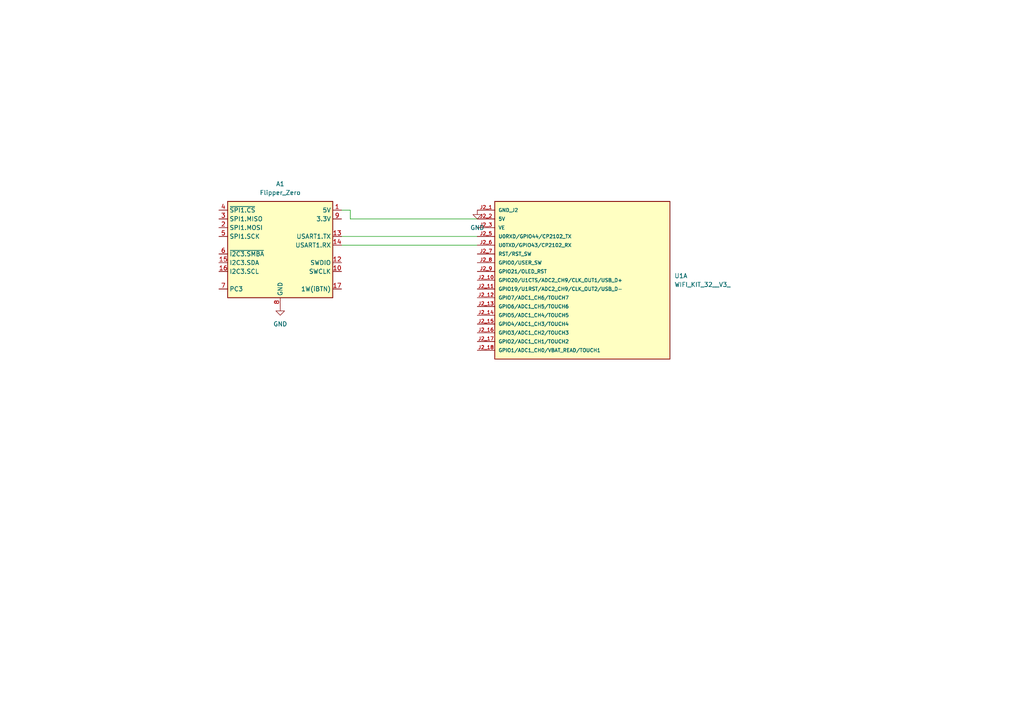
<source format=kicad_sch>
(kicad_sch (version 20250114) (generator "eeschema") (generator_version "9.0")
  (paper "A4")
  (lib_symbols
    (symbol "MCU_Module:Flipper_Zero"
      (property "Reference" "A" (at -14.224 16.764 0))
      (property "Value" "Flipper_Zero" (at 8.89 16.764 0))
      (symbol "Flipper_Zero_0_0"
        (pin power_out line (at 17.78 12.7 180) (length 2.54) (name "5V") (number "1"))
        (pin power_out line (at 17.78 10.16 180) (length 2.54) (name "3.3V") (number "9"))
      )
      (symbol "Flipper_Zero_1_0"
        (pin bidirectional line (at -17.78 12.7 0) (length 2.54) (name "~{SPI1.CS}") (number "4"))
        (pin bidirectional line (at -17.78 10.16 0) (length 2.54) (name "SPI1.MISO") (number "3"))
        (pin bidirectional line (at -17.78 7.62 0) (length 2.54) (name "SPI1.MOSI") (number "2"))
        (pin bidirectional line (at -17.78 5.08 0) (length 2.54) (name "SPI1.SCK") (number "5"))
        (pin open_collector line (at -17.78 0 0) (length 2.54) (name "~{I2C3.SMBA}") (number "6"))
        (pin bidirectional line (at -17.78 -2.54 0) (length 2.54) (name "I2C3.SDA") (number "15"))
        (pin bidirectional line (at -17.78 -5.08 0) (length 2.54) (name "I2C3.SCL") (number "16"))
        (pin bidirectional line (at -17.78 -10.16 0) (length 2.54) (name "PC3") (number "7"))
        (pin passive line (at 0 -15.24 90) (length 2.54) (hide yes) (name "GND") (number "11"))
        (pin passive line (at 0 -15.24 90) (length 2.54) (hide yes) (name "GND") (number "18"))
        (pin power_in line (at 0 -15.24 90) (length 2.54) (name "GND") (number "8"))
        (pin output line (at 17.78 5.08 180) (length 2.54) (name "USART1.TX") (number "13"))
        (pin input line (at 17.78 2.54 180) (length 2.54) (name "USART1.RX") (number "14"))
        (pin bidirectional line (at 17.78 -2.54 180) (length 2.54) (name "SWDIO") (number "12"))
        (pin output line (at 17.78 -5.08 180) (length 2.54) (name "SWCLK") (number "10"))
        (pin bidirectional line (at 17.78 -10.16 180) (length 2.54) (name "1W(iBTN)") (number "17"))
      )
      (symbol "Flipper_Zero_1_1"
        (rectangle (start -15.24 15.24) (end 15.24 -12.7) (stroke (width 0.254)) (fill (type background)))
      )
    )
    (symbol "WIFI_KIT_32__V3_:WIFI_KIT_32__V3_" (pin_names (offset 1.016))
      (property "Reference" "U" (at -25.4 23.368 0))
      (property "Value" "WIFI_KIT_32__V3_" (at -25.4 -25.4 0))
      (symbol "WIFI_KIT_32__V3__1_0"
        (rectangle (start -25.4 -22.86) (end 25.4 22.86) (stroke (width 0.254)) (fill (type background)))
        (pin power_in line (at -30.48 20.32 0) (length 5.08) (name "GND_J2") (number "J2_1"))
        (pin power_in line (at -30.48 17.78 0) (length 5.08) (name "5V") (number "J2_2"))
        (pin power_in line (at -30.48 15.24 0) (length 5.08) (name "VE") (number "J2_3"))
        (pin power_in line (at -30.48 15.24 0) (length 5.08) (hide yes) (name "VE") (number "J2_4"))
        (pin bidirectional line (at -30.48 12.7 0) (length 5.08) (name "U0RXD/GPIO44/CP2102_TX") (number "J2_5"))
        (pin bidirectional line (at -30.48 10.16 0) (length 5.08) (name "U0TXD/GPIO43/CP2102_RX") (number "J2_6"))
        (pin input line (at -30.48 7.62 0) (length 5.08) (name "RST/RST_SW") (number "J2_7"))
        (pin bidirectional line (at -30.48 5.08 0) (length 5.08) (name "GPIO0/USER_SW") (number "J2_8"))
        (pin bidirectional line (at -30.48 2.54 0) (length 5.08) (name "GPIO21/OLED_RST") (number "J2_9"))
        (pin bidirectional line (at -30.48 0 0) (length 5.08) (name "GPIO20/U1CTS/ADC2_CH9/CLK_OUT1/USB_D+") (number "J2_10"))
        (pin bidirectional line (at -30.48 -2.54 0) (length 5.08) (name "GPIO19/U1RST/ADC2_CH9/CLK_OUT2/USB_D-") (number "J2_11"))
        (pin bidirectional line (at -30.48 -5.08 0) (length 5.08) (name "GPIO7/ADC1_CH6/TOUCH7") (number "J2_12"))
        (pin bidirectional line (at -30.48 -7.62 0) (length 5.08) (name "GPIO6/ADC1_CH5/TOUCH6") (number "J2_13"))
        (pin bidirectional line (at -30.48 -10.16 0) (length 5.08) (name "GPIO5/ADC1_CH4/TOUCH5") (number "J2_14"))
        (pin bidirectional line (at -30.48 -12.7 0) (length 5.08) (name "GPIO4/ADC1_CH3/TOUCH4") (number "J2_15"))
        (pin bidirectional line (at -30.48 -15.24 0) (length 5.08) (name "GPIO3/ADC1_CH2/TOUCH3") (number "J2_16"))
        (pin bidirectional line (at -30.48 -17.78 0) (length 5.08) (name "GPIO2/ADC1_CH1/TOUCH2") (number "J2_17"))
        (pin bidirectional line (at -30.48 -20.32 0) (length 5.08) (name "GPIO1/ADC1_CH0/VBAT_READ/TOUCH1") (number "J2_18"))
      )
      (symbol "WIFI_KIT_32__V3__2_0"
        (rectangle (start -27.94 -22.86) (end 27.94 22.86) (stroke (width 0.254)) (fill (type background)))
        (pin power_in line (at -33.02 20.32 0) (length 5.08) (name "GND_J3") (number "J3_1"))
        (pin power_in line (at -33.02 17.78 0) (length 5.08) (name "3V3") (number "J3_2"))
        (pin power_in line (at -33.02 17.78 0) (length 5.08) (hide yes) (name "3V3") (number "J3_3"))
        (pin bidirectional line (at -33.02 15.24 0) (length 5.08) (name "GPIO26/SPICS1") (number "J3_4"))
        (pin bidirectional line (at -33.02 12.7 0) (length 5.08) (name "GPIO48") (number "J3_5"))
        (pin bidirectional line (at -33.02 10.16 0) (length 5.08) (name "GPIO47") (number "J3_6"))
        (pin bidirectional line (at -33.02 7.62 0) (length 5.08) (name "GPIO33/SPIIO4/FSPIHD/SUBSPIHD") (number "J3_7"))
        (pin bidirectional line (at -33.02 5.08 0) (length 5.08) (name "GPIO34/SPIIO5/FSPICS0/SUBSPICS0") (number "J3_8"))
        (pin bidirectional line (at -33.02 2.54 0) (length 5.08) (name "GPIO35/SPIIO6/FSPID/SUBSPID/LED_WRITE") (number "J3_9"))
        (pin bidirectional line (at -33.02 0 0) (length 5.08) (name "GPIO36/SPIIO7/FSPICLK/SUBSPICLK/VEXT_CTRL") (number "J3_10"))
        (pin bidirectional line (at -33.02 -2.54 0) (length 5.08) (name "GPIO37/SPIDQS/FSPIQ/SUBSPIQ/ADC_CTRL") (number "J3_11"))
        (pin bidirectional line (at -33.02 -5.08 0) (length 5.08) (name "GPIO38/FSPIWP/SUBSPIWP") (number "J3_12"))
        (pin bidirectional line (at -33.02 -7.62 0) (length 5.08) (name "GPIO39/MTCK") (number "J3_13"))
        (pin bidirectional line (at -33.02 -10.16 0) (length 5.08) (name "GPIO40/MTDO") (number "J3_14"))
        (pin bidirectional line (at -33.02 -12.7 0) (length 5.08) (name "GPIO41/MTDI") (number "J3_15"))
        (pin bidirectional line (at -33.02 -15.24 0) (length 5.08) (name "GPIO42/MTMS") (number "J3_16"))
        (pin bidirectional line (at -33.02 -17.78 0) (length 5.08) (name "GPIO45") (number "J3_17"))
        (pin bidirectional line (at -33.02 -20.32 0) (length 5.08) (name "GPIO46") (number "J3_18"))
      )
    )
    (symbol "power:GND" (power) (pin_numbers (hide yes)) (pin_names (offset 0) (hide yes))
      (property "Value" "GND" (at 0 -3.81 0))
      (symbol "GND_0_1"
        (polyline (pts (xy 0 0) (xy 0 -1.27) (xy 1.27 -1.27) (xy 0 -2.54) (xy -1.27 -1.27) (xy 0 -1.27)))
      )
      (symbol "GND_1_1"
        (pin power_in line (at 0 0 270) (length 0) (name "~") (number "1"))
      )
    )
  )
  (wire (pts (xy 99.06 60.96) (xy 101.6 60.96)))
  (wire (pts (xy 138.43 68.58) (xy 99.06 68.58)))
  (wire (pts (xy 101.6 60.96) (xy 101.6 63.5)))
  (wire (pts (xy 99.06 71.12) (xy 138.43 71.12)))
  (wire (pts (xy 101.6 63.5) (xy 138.43 63.5)))
  (symbol (lib_id "power:GND") (at 81.28 88.9 0) (unit 1)
    (property "Reference" "#PWR01" (effects (hide yes)))
    (property "Value" "GND" (at 81.28 93.98 0))
    (property "Description" "Power symbol creates a global label with name \"GND\" , ground" (effects (hide yes)))
  )
  (symbol (lib_id "WIFI_KIT_32__V3_:WIFI_KIT_32__V3_") (at 168.91 81.28 0) (unit 1)
    (property "Reference" "U1" (at 195.58 80.0099 0) (effects (justify left)))
    (property "Value" "WIFI_KIT_32__V3_" (at 195.58 82.5499 0) (effects (justify left)))
    (property "Footprint" "WIFI_KIT_32__V3:MODULE_WIFI_KIT_32__V3_" (effects (hide yes)))
    (property "MF" "Heltec Automation" (effects (hide yes)))
    (property "MAXIMUM_PACKAGE_HEIGHT" "10.2mm" (effects (hide yes)))
    (property "Package" "Package" (effects (hide yes)))
    (property "Price" "None" (effects (hide yes)))
    (property "Check_prices" "https://www.snapeda.com/parts/WIFI%20KIT%2032%20(V3)/Heltec+Automation/view-part/?ref=eda" (effects (hide yes)))
    (property "STANDARD" "Manufacturer Recommendations" (effects (hide yes)))
    (property "PARTREV" "Rev 1.1" (effects (hide yes)))
    (property "SnapEDA_Link" "https://www.snapeda.com/parts/WIFI%20KIT%2032%20(V3)/Heltec+Automation/view-part/?ref=snap" (effects (hide yes)))
    (property "MP" "WIFI KIT 32 (V3)" (effects (hide yes)))
    (property "Description_1" "*GPIO input only\n*ADC preamplifier\n*GPIOs are 3.3V tolerant only" (effects (hide yes)))
    (property "Availability" "Not in stock" (effects (hide yes)))
    (property "MANUFACTURER" "Heltec Automation" (effects (hide yes)))
  )
  (symbol (lib_id "MCU_Module:Flipper_Zero") (at 81.28 73.66 0) (unit 1)
    (property "Reference" "A1" (at 81.28 53.34 0))
    (property "Value" "Flipper_Zero" (at 81.28 55.88 0))
    (property "Footprint" "Module:Flipper_Zero_Angled" (effects (hide yes)))
    (property "Datasheet" "https://docs.flipper.net/development" (effects (hide yes)))
    (property "Description" "Portable multi-tool for pentesters and geeks in a toy-like body, 13 GPIO, USB to UART/SPI/I2C bridge/converter, Serial Wire Debug interface (SWD), 2.54 mm pin header connector" (effects (hide yes)))
  )
  (symbol (lib_id "power:GND") (at 138.43 60.96 0) (unit 1)
    (property "Reference" "#PWR02" (effects (hide yes)))
    (property "Value" "GND" (at 138.43 66.04 0))
    (property "Description" "Power symbol creates a global label with name \"GND\" , ground" (effects (hide yes)))
  )
)
</source>
